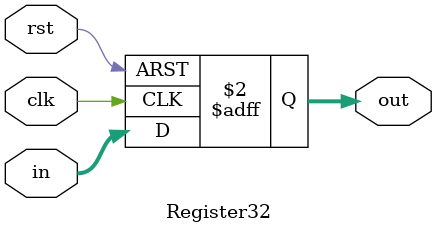
<source format=v>
module Register32(
	input clk,
	input rst,
	input [31:0] in,
	output reg [31:0] out
);
	always @(posedge clk, posedge rst) begin
		if (rst) begin
			out <= 32'b0;
		end
		else begin
			out <= in;
		end
	end
endmodule
</source>
